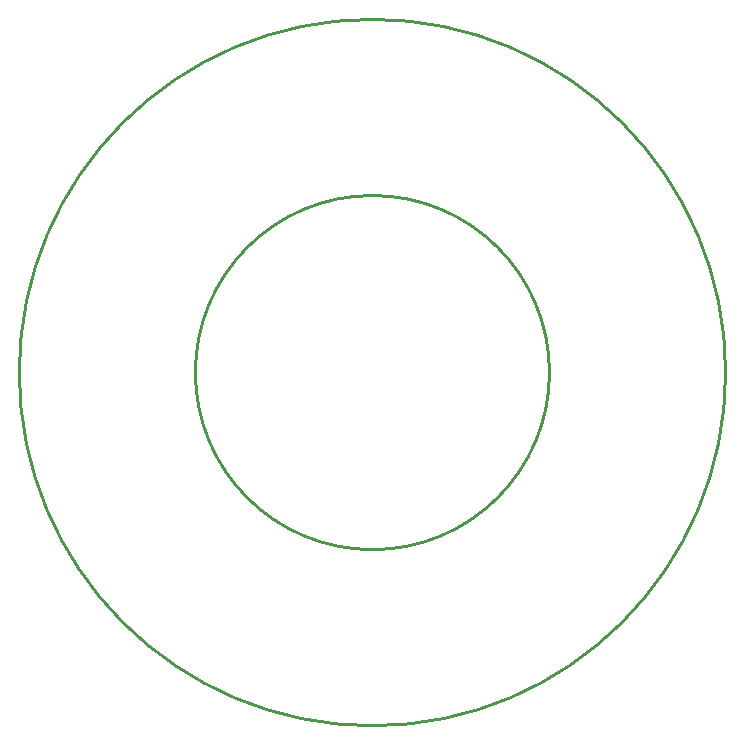
<source format=gko>
G04*
G04 #@! TF.GenerationSoftware,Altium Limited,Altium Designer,20.0.10 (225)*
G04*
G04 Layer_Color=16711935*
%FSLAX25Y25*%
%MOIN*%
G70*
G01*
G75*
%ADD12C,0.01000*%
D12*
X177019Y119000D02*
G03*
X177019Y119000I-59019J0D01*
G01*
X235734D02*
G03*
X235734Y119000I-117734J0D01*
G01*
M02*

</source>
